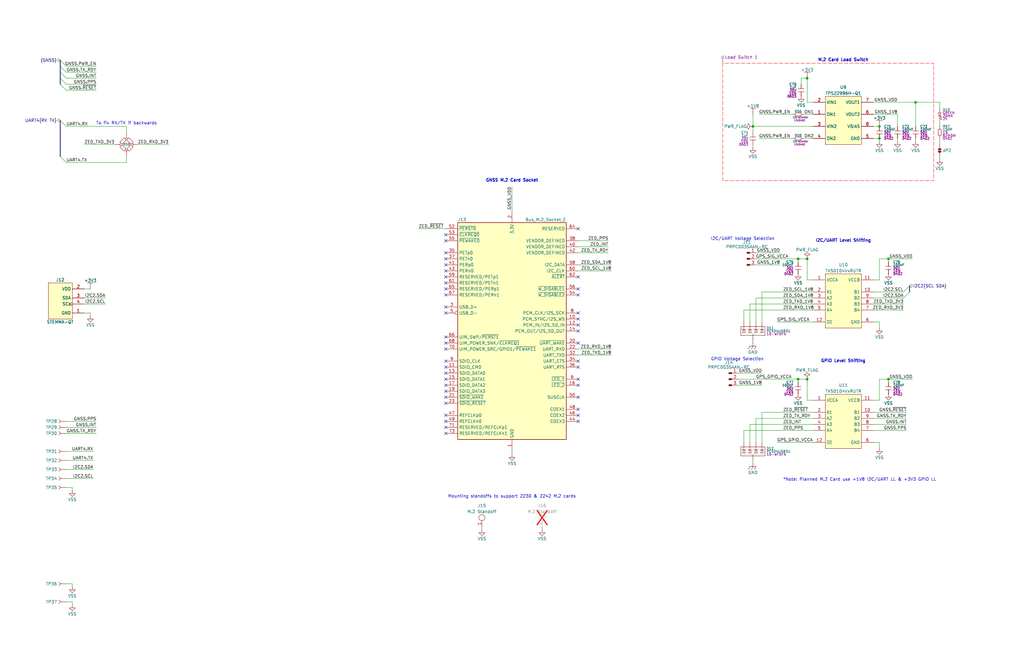
<source format=kicad_sch>
(kicad_sch (version 20250114) (generator "eeschema") (generator_version "9.0")
  (paper "B")
  (title_block (title "Awohali - GNSS M.2 Card") (date "2025-05-13") (rev "1") (comment 2 "PROTOTYPE") (comment 3 "2025"))
  (text "M.2 Card Load Switch" (at 355.6 25.4 0) (effects (font (size 1.27 1.27) (thickness 0.254) (bold yes))))
  (text "GNSS M.2 Card Socket" (at 215.9 76.2 0) (effects (font (size 1.27 1.27) (thickness 0.254) (bold yes))))
  (text "To fix RX/TX if backwards" (at 53.34 52.07 0) (effects (font (size 1.27 1.27))))
  (text "GPIO Level Shifting" (at 355.6 152.4 0) (effects (font (size 1.27 1.27) (thickness 0.254) (bold yes))))
  (text "I2C/UART Voltage Selection" (at 299.72 101.6 0) (effects (font (size 1.27 1.27)) (justify left bottom)))
  (text "GPIO Voltage Selection" (at 299.72 152.4 0) (effects (font (size 1.27 1.27)) (justify left bottom)))
  (text "I2C/UART Level Shifting" (at 355.6 101.6 0) (effects (font (size 1.27 1.27) (thickness 0.254) (bold yes))))
  (text "*Note: Planned M.2 Card use +1V8 I2C/UART LL & +3V3 GPIO LL" (at 330.2 203.2 0) (effects (font (size 1.27 1.27)) (justify left bottom)))
  (text "Mounting standoffs to support 2230 & 2242 M.2 cards" (at 215.9 209.55 0) (effects (font (size 1.27 1.27))))
  (junction (at 340.36 109.22))
  (junction (at 340.36 160.02))
  (junction (at 386.08 43.18))
  (junction (at 374.65 109.22))
  (junction (at 336.55 160.02))
  (junction (at 317.5 53.34))
  (junction (at 370.84 58.42))
  (junction (at 340.36 33.02))
  (junction (at 374.65 160.02))
  (junction (at 336.55 109.22))
  (junction (at 370.84 53.34))
  (no_connect (at 243.84 134.62))
  (no_connect (at 187.96 99.06))
  (no_connect (at 187.96 160.02))
  (no_connect (at 187.96 170.18))
  (no_connect (at 187.96 111.76))
  (no_connect (at 243.84 137.16))
  (no_connect (at 243.84 175.26))
  (no_connect (at 187.96 109.22))
  (no_connect (at 187.96 165.1))
  (no_connect (at 243.84 139.7))
  (no_connect (at 243.84 177.8))
  (no_connect (at 187.96 157.48))
  (no_connect (at 243.84 162.56))
  (no_connect (at 187.96 124.46))
  (no_connect (at 187.96 182.88))
  (no_connect (at 243.84 124.46))
  (no_connect (at 243.84 116.84))
  (no_connect (at 243.84 160.02))
  (no_connect (at 187.96 162.56))
  (no_connect (at 243.84 154.94))
  (no_connect (at 243.84 132.08))
  (no_connect (at 187.96 129.54))
  (no_connect (at 187.96 142.24))
  (no_connect (at 187.96 116.84))
  (no_connect (at 187.96 152.4))
  (no_connect (at 187.96 154.94))
  (no_connect (at 187.96 177.8))
  (no_connect (at 187.96 101.6))
  (no_connect (at 187.96 106.68))
  (no_connect (at 243.84 96.52))
  (no_connect (at 187.96 180.34))
  (no_connect (at 187.96 144.78))
  (no_connect (at 243.84 121.92))
  (no_connect (at 187.96 119.38))
  (no_connect (at 187.96 132.08))
  (no_connect (at 187.96 175.26))
  (no_connect (at 187.96 114.3))
  (no_connect (at 187.96 167.64))
  (no_connect (at 243.84 152.4))
  (no_connect (at 243.84 172.72))
  (no_connect (at 187.96 121.92))
  (no_connect (at 243.84 167.64))
  (no_connect (at 243.84 144.78))
  (no_connect (at 187.96 147.32))
  (bus_entry (at 381 123.19) (size 2.54 -2.54))
  (bus_entry (at 381 125.73) (size 2.54 -2.54))
  (bus_entry (at 27.94 68.58) (size -2.54 -2.54))
  (bus_entry (at 27.94 38.1) (size -2.54 -2.54))
  (bus_entry (at 27.94 27.94) (size -2.54 -2.54))
  (bus_entry (at 27.94 30.48) (size -2.54 -2.54))
  (bus_entry (at 27.94 53.34) (size -2.54 -2.54))
  (bus_entry (at 27.94 35.56) (size -2.54 -2.54))
  (bus_entry (at 27.94 33.02) (size -2.54 -2.54))
  (wire (pts (xy 370.84 109.22) (xy 370.84 118.11)))
  (wire (pts (xy 321.31 123.19) (xy 342.9 123.19)))
  (wire (pts (xy 44.45 125.73) (xy 35.56 125.73)))
  (wire (pts (xy 313.69 181.61) (xy 342.9 181.61)))
  (wire (pts (xy 336.55 160.02) (xy 340.36 160.02)))
  (wire (pts (xy 396.24 50.8) (xy 396.24 53.34)))
  (wire (pts (xy 340.36 43.18) (xy 342.9 43.18)))
  (wire (pts (xy 30.48 247.65) (xy 30.48 246.38)))
  (wire (pts (xy 374.65 161.29) (xy 374.65 160.02)))
  (wire (pts (xy 316.23 179.07) (xy 316.23 186.69)))
  (wire (pts (xy 256.54 106.68) (xy 243.84 106.68)))
  (wire (pts (xy 339.09 48.26) (xy 342.9 48.26)))
  (wire (pts (xy 386.08 43.18) (xy 386.08 53.34)))
  (wire (pts (xy 38.1 132.08) (xy 35.56 132.08)))
  (wire (pts (xy 311.15 160.02) (xy 336.55 160.02)))
  (wire (pts (xy 381 123.19) (xy 368.3 123.19)))
  (wire (pts (xy 318.77 135.89) (xy 318.77 125.73)))
  (wire (pts (xy 39.37 190.5) (xy 27.94 190.5)))
  (wire (pts (xy 396.24 43.18) (xy 396.24 45.72)))
  (wire (pts (xy 374.65 110.49) (xy 374.65 109.22)))
  (wire (pts (xy 328.93 111.76) (xy 318.77 111.76)))
  (wire (pts (xy 321.31 123.19) (xy 321.31 135.89)))
  (wire (pts (xy 243.84 149.86) (xy 257.81 149.86)))
  (wire (pts (xy 370.84 160.02) (xy 370.84 168.91)))
  (wire (pts (xy 327.66 186.69) (xy 342.9 186.69)))
  (wire (pts (xy 53.34 68.58) (xy 53.34 66.04)))
  (wire (pts (xy 370.84 118.11) (xy 368.3 118.11)))
  (wire (pts (xy 327.66 135.89) (xy 342.9 135.89)))
  (wire (pts (xy 384.81 160.02) (xy 374.65 160.02)))
  (wire (pts (xy 381 130.81) (xy 368.3 130.81)))
  (wire (pts (xy 53.34 53.34) (xy 53.34 55.88)))
  (wire (pts (xy 176.53 96.52) (xy 187.96 96.52)))
  (wire (pts (xy 39.37 201.93) (xy 27.94 201.93)))
  (wire (pts (xy 35.56 121.92) (xy 38.1 121.92)))
  (wire (pts (xy 30.48 205.74) (xy 27.94 205.74)))
  (wire (pts (xy 317.5 194.31) (xy 317.5 195.58)))
  (wire (pts (xy 44.45 128.27) (xy 35.56 128.27)))
  (wire (pts (xy 396.24 58.42) (xy 396.24 60.96)))
  (wire (pts (xy 368.3 181.61) (xy 382.27 181.61)))
  (wire (pts (xy 320.04 58.42) (xy 334.01 58.42)))
  (wire (pts (xy 340.36 109.22) (xy 340.36 118.11)))
  (wire (pts (xy 38.1 133.35) (xy 38.1 132.08)))
  (bus (pts (xy 25.4 33.02) (xy 25.4 30.48)))
  (wire (pts (xy 368.3 173.99) (xy 382.27 173.99)))
  (bus (pts (xy 25.4 30.48) (xy 25.4 27.94)))
  (wire (pts (xy 256.54 104.14) (xy 243.84 104.14)))
  (wire (pts (xy 313.69 130.81) (xy 313.69 135.89)))
  (bus (pts (xy 25.4 27.94) (xy 25.4 25.4)))
  (wire (pts (xy 40.64 177.8) (xy 27.94 177.8)))
  (wire (pts (xy 336.55 109.22) (xy 340.36 109.22)))
  (wire (pts (xy 370.84 59.69) (xy 370.84 58.42)))
  (wire (pts (xy 243.84 111.76) (xy 257.81 111.76)))
  (wire (pts (xy 368.3 135.89) (xy 370.84 135.89)))
  (wire (pts (xy 317.5 48.26) (xy 317.5 53.34)))
  (wire (pts (xy 370.84 58.42) (xy 368.3 58.42)))
  (wire (pts (xy 313.69 186.69) (xy 313.69 181.61)))
  (wire (pts (xy 370.84 168.91) (xy 368.3 168.91)))
  (bus (pts (xy 25.4 35.56) (xy 25.4 33.02)))
  (wire (pts (xy 321.31 162.56) (xy 311.15 162.56)))
  (wire (pts (xy 340.36 118.11) (xy 342.9 118.11)))
  (wire (pts (xy 368.3 179.07) (xy 382.27 179.07)))
  (wire (pts (xy 378.46 48.26) (xy 378.46 53.34)))
  (wire (pts (xy 370.84 138.43) (xy 370.84 135.89)))
  (wire (pts (xy 317.5 53.34) (xy 317.5 55.88)))
  (wire (pts (xy 340.36 160.02) (xy 340.36 168.91)))
  (wire (pts (xy 386.08 59.69) (xy 386.08 58.42)))
  (wire (pts (xy 30.48 254) (xy 27.94 254)))
  (wire (pts (xy 215.9 191.77) (xy 215.9 190.5)))
  (wire (pts (xy 337.82 33.02) (xy 337.82 35.56)))
  (wire (pts (xy 340.36 33.02) (xy 340.36 43.18)))
  (wire (pts (xy 316.23 179.07) (xy 342.9 179.07)))
  (wire (pts (xy 39.37 194.31) (xy 27.94 194.31)))
  (wire (pts (xy 384.81 109.22) (xy 374.65 109.22)))
  (wire (pts (xy 30.48 246.38) (xy 27.94 246.38)))
  (wire (pts (xy 243.84 114.3) (xy 257.81 114.3)))
  (wire (pts (xy 203.2 222.25) (xy 203.2 223.52)))
  (wire (pts (xy 368.3 176.53) (xy 382.27 176.53)))
  (wire (pts (xy 337.82 33.02) (xy 340.36 33.02)))
  (wire (pts (xy 256.54 101.6) (xy 243.84 101.6)))
  (wire (pts (xy 228.6 222.25) (xy 228.6 223.52)))
  (wire (pts (xy 316.23 128.27) (xy 342.9 128.27)))
  (wire (pts (xy 336.55 161.29) (xy 336.55 160.02)))
  (wire (pts (xy 40.64 180.34) (xy 27.94 180.34)))
  (wire (pts (xy 316.23 128.27) (xy 316.23 135.89)))
  (wire (pts (xy 313.69 130.81) (xy 342.9 130.81)))
  (wire (pts (xy 215.9 78.74) (xy 215.9 88.9)))
  (wire (pts (xy 40.64 30.48) (xy 27.94 30.48)))
  (wire (pts (xy 40.64 182.88) (xy 27.94 182.88)))
  (wire (pts (xy 378.46 59.69) (xy 378.46 58.42)))
  (wire (pts (xy 370.84 189.23) (xy 370.84 186.69)))
  (wire (pts (xy 396.24 66.04) (xy 396.24 67.31)))
  (wire (pts (xy 374.65 109.22) (xy 370.84 109.22)))
  (wire (pts (xy 317.5 143.51) (xy 317.5 144.78)))
  (wire (pts (xy 318.77 109.22) (xy 336.55 109.22)))
  (wire (pts (xy 368.3 43.18) (xy 386.08 43.18)))
  (wire (pts (xy 321.31 173.99) (xy 321.31 186.69)))
  (wire (pts (xy 386.08 43.18) (xy 396.24 43.18)))
  (wire (pts (xy 318.77 176.53) (xy 342.9 176.53)))
  (wire (pts (xy 368.3 53.34) (xy 370.84 53.34)))
  (bus (pts (xy 383.54 123.19) (xy 383.54 120.65)))
  (wire (pts (xy 321.31 157.48) (xy 311.15 157.48)))
  (wire (pts (xy 40.64 35.56) (xy 27.94 35.56)))
  (wire (pts (xy 321.31 173.99) (xy 342.9 173.99)))
  (wire (pts (xy 27.94 53.34) (xy 53.34 53.34)))
  (wire (pts (xy 381 128.27) (xy 368.3 128.27)))
  (wire (pts (xy 40.64 38.1) (xy 27.94 38.1)))
  (bus (pts (xy 25.4 50.8) (xy 25.4 66.04)))
  (wire (pts (xy 58.42 60.96) (xy 71.12 60.96)))
  (wire (pts (xy 374.65 160.02) (xy 370.84 160.02)))
  (wire (pts (xy 318.77 176.53) (xy 318.77 186.69)))
  (wire (pts (xy 317.5 60.96) (xy 317.5 62.23)))
  (wire (pts (xy 340.36 168.91) (xy 342.9 168.91)))
  (wire (pts (xy 317.5 53.34) (xy 342.9 53.34)))
  (wire (pts (xy 339.09 58.42) (xy 342.9 58.42)))
  (wire (pts (xy 27.94 68.58) (xy 53.34 68.58)))
  (wire (pts (xy 30.48 255.27) (xy 30.48 254)))
  (wire (pts (xy 368.3 48.26) (xy 378.46 48.26)))
  (wire (pts (xy 243.84 147.32) (xy 257.81 147.32)))
  (wire (pts (xy 30.48 207.01) (xy 30.48 205.74)))
  (wire (pts (xy 336.55 110.49) (xy 336.55 109.22)))
  (wire (pts (xy 381 125.73) (xy 368.3 125.73)))
  (wire (pts (xy 39.37 198.12) (xy 27.94 198.12)))
  (wire (pts (xy 35.56 60.96) (xy 48.26 60.96)))
  (wire (pts (xy 40.64 27.94) (xy 27.94 27.94)))
  (wire (pts (xy 40.64 33.02) (xy 27.94 33.02)))
  (wire (pts (xy 318.77 125.73) (xy 342.9 125.73)))
  (wire (pts (xy 368.3 186.69) (xy 370.84 186.69)))
  (wire (pts (xy 320.04 48.26) (xy 334.01 48.26)))
  (wire (pts (xy 328.93 106.68) (xy 318.77 106.68)))
  (label "GNSS.PWR_EN" (at 40.64 27.94 180))
  (label "I2C2.SDA" (at 44.45 125.73 180))
  (label "GNSS_1V8" (at 328.93 111.76 180))
  (label "GPS_SIG_VCCA" (at 318.77 109.22 0))
  (label "ON1" (at 339.09 48.26 0))
  (label "GNSS_1V8" (at 321.31 162.56 180))
  (label "UART4.RX" (at 27.94 53.34 0))
  (label "UART4.TX" (at 39.37 194.31 180))
  (label "GNSS.INT" (at 382.27 179.07 180))
  (label "ZED_TX_RDY" (at 256.54 106.68 180))
  (label "ON2" (at 339.09 58.42 0))
  (label "ZED_TX_RDY" (at 330.2 176.53 0))
  (label "I2C2.SCL" (at 39.37 201.93 180))
  (label "GNSS_VDD" (at 384.81 160.02 180))
  (label "GNSS.TX_RDY" (at 382.27 176.53 180))
  (label "ZED_~{RESET}" (at 330.2 173.99 0))
  (label "GNSS.PWR_EN" (at 320.04 48.26 0))
  (label "ZED_RXD_3V3" (at 71.12 60.96 180))
  (label "GPS_GPIO_VCCA" (at 327.66 186.69 0))
  (label "GPS_SIG_VCCA" (at 327.66 135.89 0))
  (label "ZED_TXD_1V8" (at 257.81 149.86 180))
  (label "ZED_~{RESET}" (at 176.53 96.52 0))
  (label "ZED_TXD_3V3" (at 381 128.27 180))
  (label "ZED_SCL_1V8" (at 257.81 114.3 180))
  (label "UART4.TX" (at 27.94 68.58 0))
  (label "ZED_TXD_3V3" (at 35.56 60.96 0))
  (label "GNSS.PPS" (at 382.27 181.61 180))
  (label "GNSS_VDD" (at 378.46 43.18 180))
  (label "GPS_GPIO_VCCA" (at 318.77 160.02 0))
  (label "GNSS.TX_RDY" (at 40.64 182.88 180))
  (label "ZED_INT" (at 330.2 179.07 0))
  (label "GNSS.INT" (at 40.64 180.34 180))
  (label "I2C2.SDA" (at 39.37 198.12 180))
  (label "GNSS.PPS" (at 40.64 35.56 180))
  (label "GNSS.PPS" (at 40.64 177.8 180))
  (label "ZED_RXD_3V3" (at 381 130.81 180))
  (label "ZED_PPS" (at 330.2 181.61 0))
  (label "GNSS_VDD" (at 321.31 157.48 180))
  (label "ZED_RXD_1V8" (at 330.2 130.81 0))
  (label "ZED_INT" (at 256.54 104.14 180))
  (label "GNSS.~{RESET}" (at 382.27 173.99 180))
  (label "ZED_TXD_1V8" (at 330.2 128.27 0))
  (label "ZED_SDA_1V8" (at 330.2 125.73 0))
  (label "GNSS.PWR_EN" (at 320.04 58.42 0))
  (label "ZED_RXD_1V8" (at 257.81 147.32 180))
  (label "I2C2.SDA" (at 381 125.73 180))
  (label "GNSS_1V8" (at 378.46 48.26 180))
  (label "GNSS.INT" (at 40.64 33.02 180))
  (label "ZED_SDA_1V8" (at 257.81 111.76 180))
  (label "I2C2.SCL" (at 44.45 128.27 180))
  (label "I2C2.SCL" (at 381 123.19 180))
  (label "UART4.RX" (at 39.37 190.5 180))
  (label "ZED_PPS" (at 256.54 101.6 180))
  (label "GNSS_VDD" (at 215.9 78.74 270))
  (label "GNSS.TX_RDY" (at 40.64 30.48 180))
  (label "GNSS.~{RESET}" (at 40.64 38.1 180))
  (label "ZED_SCL_1V8" (at 330.2 123.19 0))
  (label "GNSS_VDD" (at 384.81 109.22 180))
  (label "GNSS_VDD" (at 328.93 106.68 180))
  (hierarchical_label "{GNSS}" (shape bidirectional) (at 25.4 25.4 180))
  (hierarchical_label "I2C2{SCL SDA}" (shape bidirectional) (at 383.54 120.65 0))
  (hierarchical_label "UART4{RX TX}" (shape bidirectional) (at 25.4 50.8 180))
  (rule_area (polyline (pts (xy 304.8 26.67) (xy 304.8 76.2) (xy 393.7 76.2) (xy 393.7 26.67)) (stroke (width 0) (type dash))))
  (netclass_flag "" (length 2.54) (shape round) (at 304.8 26.67 0) (property "Netclass" "Default" (effects (hide yes))) (property "Component Class" "Load Switch 1" (at 305.562 24.13 0) (effects (font (italic yes)) (justify left))))
  (symbol (lib_id "lib_pwr:CGND") (at 317.5 144.78 0) (unit 1)
    (property "Reference" "#PWR0158" (effects (hide yes)))
    (property "Value" "GND" (at 317.5 148.59 0))
  )
  (symbol (lib_id "lib_pwr:VSS") (at 336.55 115.57 0) (unit 1)
    (property "Reference" "#PWR0153" (effects (hide yes)))
    (property "Value" "VSS" (at 336.55 119.38 0))
  )
  (symbol (lib_id "lib_sch:C") (at 336.55 113.03 0) (mirror y) (unit 1)
    (property "Reference" "C75" (at 334.645 110.49 0) (effects (font (size 1.016 1.016)) (justify left)))
    (property "Value" "100nF" (at 334.645 111.76 0) (effects (font (size 1.016 1.016)) (justify left)))
    (property "Footprint" "lib_passives:GCM0402" (effects (hide yes)))
    (property "Datasheet" "https://search.murata.co.jp/Ceramy/image/img/A01X/G101/ENG/GRT155R71H104KE01-01A.pdf" (effects (hide yes)))
    (property "Description" "CAP CER 0.1UF 50V X7R 0402" (effects (hide yes)))
    (property "Manufacturer" "Murata Electronics" (effects (hide yes)))
    (property "MPN" "GRT155R71H104KE01D" (effects (hide yes)))
    (property "DKPN" "490-GRT155R71H104KE01DCT-ND" (effects (hide yes)))
    (property "Tolerance" "10%" (at 334.645 114.3 0) (effects (font (size 1.016 1.016)) (justify left)))
    (property "Voltage Rating" "50V" (at 334.645 113.03 0) (effects (font (size 1.016 1.016)) (justify left)))
    (property "Package" "0402" (at 334.645 115.57 0) (effects (font (size 1.016 1.016)) (justify left)))
  )
  (symbol (lib_id "lib_sch:Testpoint") (at 25.4 182.88 0) (unit 1) (in_bom no)
    (property "Reference" "TP30" (at 24.13 182.88 0) (effects (justify right)))
    (property "Footprint" "lib_misc:TP_1mm" (effects (hide yes)))
    (property "Datasheet" "https://www.koaspeer.com/pdfs/RC.pdf" (effects (hide yes)))
    (property "Manufacturer" "N/A" (effects (hide yes)))
    (property "MPN" "N/A" (effects (hide yes)))
    (property "DKPN" "N/A" (effects (hide yes)))
  )
  (symbol (lib_id "lib_sch:TPS22996H-Q1") (at 355.6 50.8 0) (unit 1)
    (property "Reference" "U9" (at 355.6 36.83 0))
    (property "Value" "TPS22996H-Q1" (at 355.6 39.37 0))
    (property "Footprint" "lib_ICs:SOT583" (effects (hide yes)))
    (property "Datasheet" "https://www.ti.com/lit/ds/symlink/tps22996h-q1.pdf" (effects (hide yes)))
    (property "Description" "5.5-V, 3-A, 19-mΩ On-Resistance Automotive Load Switch" (effects (hide yes)))
    (property "Manufacturer" "Texas Instruments" (effects (hide yes)))
    (property "MPN" "TPS22996HQDYCRQ1" (effects (hide yes)))
    (property "DKPN" "296-TPS22996HQDYCRQ1CT-ND" (effects (hide yes)))
  )
  (symbol (lib_id "lib_sch:R_double") (at 53.34 60.96 0) (unit 1)
    (property "Reference" "R59" (at 53.34 60.96 0) (effects (font (size 1.016 1.016))))
    (property "Value" "0R" (effects (hide yes)))
    (property "Footprint" "lib_passives:CRCW0402_QUAD_UART" (effects (hide yes)))
    (property "Datasheet" "https://www.vishay.com/docs/20035/dcrcwe3.pdf" (effects (hide yes)))
    (property "Description" "RES SMD 0 OHM JUMPER 1/16W 0402" (effects (hide yes)))
    (property "Manufacturer" "Vishay Dale" (effects (hide yes)))
    (property "MPN" "CRCW04020000Z0ED" (effects (hide yes)))
    (property "DKPN" "541-0.0JCT-ND" (effects (hide yes)))
  )
  (symbol (lib_id "lib_sch:R_horizontal") (at 336.55 58.42 0) (unit 1)
    (property "Reference" "R58" (at 336.55 57.15 0) (effects (font (size 1.016 1.016))))
    (property "Value" "10K" (at 336.55 59.69 0) (effects (font (size 0.762 0.762)) (justify right)))
    (property "Footprint" "lib_passives:CRCW0402" (effects (hide yes)))
    (property "Datasheet" "https://www.vishay.com/docs/20035/dcrcwe3.pdf" (effects (hide yes)))
    (property "Description" "RES SMD 10K OHM 1% 1/16W 0402" (effects (hide yes)))
    (property "Manufacturer" "Vishay Dale" (effects (hide yes)))
    (property "MPN" "CRCW040210K0FKED" (effects (hide yes)))
    (property "DKPN" "541-10.0KLCT-ND" (effects (hide yes)))
    (property "Tolerance" "1%" (at 336.55 60.96 0) (effects (font (size 0.762 0.762)) (justify right)))
    (property "Power Rating" "62m5W" (at 336.55 59.69 0) (effects (font (size 0.762 0.762)) (justify left)))
    (property "Package" "0402" (at 336.55 60.96 0) (effects (font (size 0.762 0.762)) (justify left)))
  )
  (symbol (lib_id "lib_sch:Testpoint") (at 25.4 254 0) (unit 1)
    (property "Reference" "TP37" (at 24.13 254 0) (effects (justify right)))
    (property "Value" "RCWCTE" (effects (hide yes)))
    (property "Footprint" "lib_misc:TP_RCW" (effects (hide yes)))
    (property "Datasheet" "https://www.koaspeer.com/pdfs/RC.pdf" (effects (hide yes)))
    (property "Description" "PC TEST POINT" (effects (hide yes)))
    (property "Manufacturer" "KOA Speer Electronics, Inc." (effects (hide yes)))
    (property "MPN" "RCWCTE" (effects (hide yes)))
    (property "DKPN" "2019-RCWCTECT-ND" (effects (hide yes)))
  )
  (symbol (lib_id "lib_pwr:VSS") (at 30.48 247.65 0) (unit 1)
    (property "Reference" "#PWR0167" (effects (hide yes)))
    (property "Value" "VSS" (at 30.48 251.46 0))
  )
  (symbol (lib_id "lib_pwr:VSS") (at 374.65 115.57 0) (unit 1)
    (property "Reference" "#PWR0154" (effects (hide yes)))
    (property "Value" "VSS" (at 374.65 119.38 0))
  )
  (symbol (lib_id "lib_sch:Testpoint") (at 25.4 177.8 0) (unit 1) (in_bom no)
    (property "Reference" "TP28" (at 24.13 177.8 0) (effects (justify right)))
    (property "Footprint" "lib_misc:TP_1mm" (effects (hide yes)))
    (property "Manufacturer" "N/A" (effects (hide yes)))
    (property "MPN" "N/A" (effects (hide yes)))
    (property "DKPN" "N/A" (effects (hide yes)))
  )
  (symbol (lib_id "lib_sch:C") (at 336.55 163.83 0) (mirror y) (unit 1)
    (property "Reference" "C77" (at 334.645 161.29 0) (effects (font (size 1.016 1.016)) (justify left)))
    (property "Value" "100nF" (at 334.645 162.56 0) (effects (font (size 1.016 1.016)) (justify left)))
    (property "Footprint" "lib_passives:GCM0402" (effects (hide yes)))
    (property "Datasheet" "https://search.murata.co.jp/Ceramy/image/img/A01X/G101/ENG/GRT155R71H104KE01-01A.pdf" (effects (hide yes)))
    (property "Description" "CAP CER 0.1UF 50V X7R 0402" (effects (hide yes)))
    (property "Manufacturer" "Murata Electronics" (effects (hide yes)))
    (property "MPN" "GRT155R71H104KE01D" (effects (hide yes)))
    (property "DKPN" "490-GRT155R71H104KE01DCT-ND" (effects (hide yes)))
    (property "Tolerance" "10%" (at 334.645 165.1 0) (effects (font (size 1.016 1.016)) (justify left)))
    (property "Voltage Rating" "50V" (at 334.645 163.83 0) (effects (font (size 1.016 1.016)) (justify left)))
    (property "Package" "0402" (at 334.645 166.37 0) (effects (font (size 1.016 1.016)) (justify left)))
  )
  (symbol (lib_id "lib_sch:LED") (at 396.24 48.26 0) (unit 1)
    (property "Reference" "D10" (at 397.51 46.355 0) (effects (font (size 1.016 1.016)) (justify left)))
    (property "Value" "LTST-C191KGKT" (effects (hide yes)))
    (property "Footprint" "lib_diodes:LTST-0603" (effects (hide yes)))
    (property "Datasheet" "https://optoelectronics.liteon.com/upload/download/DS22-2000-228/LTST-C191KGKT.PDF" (effects (hide yes)))
    (property "Description" "LED GREEN CLEAR SMD" (effects (hide yes)))
    (property "Manufacturer" "Lite-On Inc." (effects (hide yes)))
    (property "MPN" "LTST-C191KGKT" (effects (hide yes)))
    (property "DKPN" "160-1446-1-ND" (effects (hide yes)))
    (property "Forward Voltage" "2V" (at 397.51 50.165 0) (effects (font (size 1.016 1.016)) (justify left)))
    (property "Current" "20mA" (at 397.51 48.895 0) (effects (font (size 1.016 1.016)) (justify left)))
    (property "Color" "GREEN" (at 397.51 47.625 0) (effects (font (size 1.016 1.016)) (justify left)))
  )
  (symbol (lib_id "lib_sch:C") (at 378.46 55.88 0) (unit 1)
    (property "Reference" "C72" (at 380.365 53.34 0) (effects (font (size 1.016 1.016)) (justify left)))
    (property "Value" "100nF" (at 380.365 54.61 0) (effects (font (size 1.016 1.016)) (justify left)))
    (property "Footprint" "lib_passives:GCM0402" (effects (hide yes)))
    (property "Datasheet" "https://search.murata.co.jp/Ceramy/image/img/A01X/G101/ENG/GRT155R71H104KE01-01A.pdf" (effects (hide yes)))
    (property "Description" "CAP CER 0.1UF 50V X7R 0402" (effects (hide yes)))
    (property "Manufacturer" "Murata Electronics" (effects (hide yes)))
    (property "MPN" "GRT155R71H104KE01D" (effects (hide yes)))
    (property "DKPN" "490-GRT155R71H104KE01DCT-ND" (effects (hide yes)))
    (property "Tolerance" "10%" (at 380.365 57.15 0) (effects (font (size 1.016 1.016)) (justify left)))
    (property "Voltage Rating" "50V" (at 380.365 55.88 0) (effects (font (size 1.016 1.016)) (justify left)))
    (property "Package" "0402" (at 380.365 58.42 0) (effects (font (size 1.016 1.016)) (justify left)))
  )
  (symbol (lib_id "lib_pwr:VSS") (at 370.84 138.43 0) (unit 1)
    (property "Reference" "#PWR0157" (effects (hide yes)))
    (property "Value" "VSS" (at 370.84 142.24 0))
  )
  (symbol (lib_id "lib_pwr:VSS") (at 215.9 191.77 0) (unit 1)
    (property "Reference" "#PWR0162" (effects (hide yes)))
    (property "Value" "VSS" (at 215.9 195.58 0))
  )
  (symbol (lib_id "lib_pwr:+3V3") (at 38.1 121.92 0) (unit 1)
    (property "Reference" "#PWR0155" (effects (hide yes)))
    (property "Value" "+3V3" (at 38.1 118.364 0))
  )
  (symbol (lib_id "lib_pwr:VSS") (at 374.65 166.37 0) (unit 1)
    (property "Reference" "#PWR0160" (effects (hide yes)))
    (property "Value" "VSS" (at 374.65 170.18 0))
  )
  (symbol (lib_id "lib_sch:Bus_M.2_Socket_E") (at 215.9 139.7 0) (unit 1)
    (property "Reference" "J13" (at 193.04 92.71 0) (effects (justify left)))
    (property "Value" "Bus_M.2_Socket_E" (at 238.76 92.71 0) (effects (justify right)))
    (property "Footprint" "lib_connectors:MDT420E01001" (effects (hide yes)))
    (property "Datasheet" "https://cdn.amphenol-cs.com/media/wysiwyg/files/drawing/mdtxxxxxx001.pdf" (effects (hide yes)))
    (property "Description" "M.2 Socket 1-SD Mechanical Key E" (effects (hide yes)))
    (property "Manufacturer" "Amphenol ICC (FCI)" (effects (hide yes)))
    (property "MPN" "MDT420E01001" (effects (hide yes)))
    (property "DKPN" "MDT420E01001CT-ND" (effects (hide yes)))
  )
  (symbol (lib_id "lib_sch:Mounting-Hole") (at 203.2 218.44 0) (unit 1)
    (property "Reference" "J15" (at 203.2 213.36 0))
    (property "Value" "M.2 Standoff" (at 203.2 215.9 0))
    (property "Footprint" "lib_misc:MountingHole_3.5mm_Pad_Via" (effects (hide yes)))
    (property "Datasheet" "https://mm.digikey.com/Volume0/opasdata/d220001/medias/docus/6130/123A-NUT-42.pdf" (effects (hide yes)))
    (property "Description" "NUT M3 H=2.45MM, FOR M.2 CONN H=4.2" (effects (hide yes)))
    (property "Manufacturer" "ATTEND Technology" (effects (hide yes)))
    (property "MPN" "123A-NUT-42" (effects (hide yes)))
    (property "DKPN" "4827-123A-NUT-42CT-ND" (effects (hide yes)))
  )
  (symbol (lib_id "lib_pwr:VSS") (at 38.1 133.35 0) (unit 1)
    (property "Reference" "#PWR0156" (effects (hide yes)))
    (property "Value" "VSS" (at 38.1 137.16 0))
  )
  (symbol (lib_id "lib_pwr:VSS") (at 370.84 59.69 0) (unit 1)
    (property "Reference" "#PWR0148" (effects (hide yes)))
    (property "Value" "VSS" (at 370.84 63.5 0))
  )
  (symbol (lib_id "lib_sch:STEMMA-QT") (at 25.4 127 0) (mirror y) (unit 1)
    (property "Reference" "J12" (at 25.4 118.11 0))
    (property "Value" "STEMMA-QT" (at 25.4 135.89 0))
    (property "Footprint" "lib_connectors:JST_SH_BM04B-SRSS-TB" (effects (hide yes)))
    (property "Datasheet" "https://www.jst-mfg.com/product/pdf/eng/eSH.pdf" (effects (hide yes)))
    (property "Description" "CONN HEADER SMD 4POS 1MM" (effects (hide yes)))
    (property "Manufacturer" "JST Sales America Inc." (effects (hide yes)))
    (property "MPN" "BM04B-SRSS-TB" (effects (hide yes)))
    (property "DKPN" "455-BM04B-SRSS-TBCT-ND" (effects (hide yes)))
  )
  (symbol (lib_id "lib_sch:D_TVS_4CH_Unidirectional_1") (at 317.5 139.7 0) (unit 1)
    (property "Reference" "D11" (at 323.215 138.43 0) (effects (font (size 1.016 1.016)) (justify left)))
    (property "Value" "PESD4USB3U" (at 323.215 139.7 0) (effects (font (size 1.016 1.016)) (justify left)))
    (property "Footprint" "lib_diodes:WFDFN25X10X75-10" (effects (hide yes)))
    (property "Datasheet" "https://assets.nexperia.com/documents/data-sheet/PESD4USB3U-TTS.pdf" (effects (hide yes)))
    (property "Description" "TVS DIODE 3.3VWM 3.5V DFN2510D10" (effects (hide yes)))
    (property "Manufacturer" "Nexperia USA Inc." (effects (hide yes)))
    (property "MPN" "PESD4USB3U-TTSX" (effects (hide yes)))
    (property "DKPN" "1727-PESD4USB3U-TTSXCT-ND" (effects (hide yes)))
    (property "Package" "10-WFDFN" (at 323.215 140.97 0) (effects (font (size 1.016 1.016)) (justify left)))
  )
  (symbol (lib_id "lib_pwr:VSS") (at 378.46 59.69 0) (unit 1)
    (property "Reference" "#PWR0149" (effects (hide yes)))
    (property "Value" "VSS" (at 378.46 63.5 0))
  )
  (symbol (lib_id "lib_pwr:CGND") (at 317.5 195.58 0) (unit 1)
    (property "Reference" "#PWR0130" (effects (hide yes)))
    (property "Value" "GND" (at 317.5 199.39 0))
  )
  (symbol (lib_id "lib_sch:Testpoint") (at 25.4 190.5 0) (unit 1) (in_bom no)
    (property "Reference" "TP31" (at 24.13 190.5 0) (effects (justify right)))
    (property "Footprint" "lib_misc:TP_1mm" (effects (hide yes)))
    (property "Manufacturer" "N/A" (effects (hide yes)))
    (property "MPN" "N/A" (effects (hide yes)))
    (property "DKPN" "N/A" (effects (hide yes)))
  )
  (symbol (lib_id "lib_sch:C") (at 317.5 58.42 0) (mirror y) (unit 1)
    (property "Reference" "C74" (at 315.595 55.88 0) (effects (font (size 1.016 1.016)) (justify left)))
    (property "Value" "1uF" (at 315.595 57.15 0) (effects (font (size 1.016 1.016)) (justify left)))
    (property "Footprint" "lib_passives:GRT0603" (effects (hide yes)))
    (property "Datasheet" "https://search.murata.co.jp/Ceramy/image/img/A01X/G101/ENG/GRT188R71E105KE13-01A.pdf" (effects (hide yes)))
    (property "Description" "CAP CER 1UF 25V X7R 0603" (effects (hide yes)))
    (property "Manufacturer" "Murata Electronics" (effects (hide yes)))
    (property "MPN" "GRT188R71E105KE13D" (effects (hide yes)))
    (property "DKPN" "490-GRT188R71E105KE13DCT-ND" (effects (hide yes)))
    (property "Tolerance" "10%" (at 315.595 59.69 0) (effects (font (size 1.016 1.016)) (justify left)))
    (property "Voltage Rating" "25V" (at 315.595 58.42 0) (effects (font (size 1.016 1.016)) (justify left)))
    (property "Package" "0603" (at 315.595 60.96 0) (effects (font (size 1.016 1.016)) (justify left)))
  )
  (symbol (lib_id "lib_sch:TXS0104VxRUTR") (at 355.6 177.8 0) (unit 1)
    (property "Reference" "U11" (at 355.6 162.56 0))
    (property "Value" "TXS0104VxRUTR" (at 355.6 165.1 0))
    (property "Footprint" "lib_ICs:QFN40P170X200X55-12" (effects (hide yes)))
    (property "Datasheet" "https://www.ti.com/lit/ds/symlink/txs0104v.pdf" (effects (hide yes)))
    (property "Description" "Voltage Level Translator Bidirectional 1 Circuit 4 Channel 24Mbps" (effects (hide yes)))
    (property "Manufacturer" "Texas Instruments" (effects (hide yes)))
    (property "MPN" "TXS0104VQRUTRQ1" (effects (hide yes)))
    (property "DKPN" "296-TXS0104VQRUTRQ1CT-ND" (effects (hide yes)))
  )
  (symbol (lib_id "lib_pwr:PWR_FLAG") (at 340.36 109.22 0) (unit 1)
    (property "Reference" "#FLG012" (effects (hide yes)))
    (property "Value" "PWR_FLAG" (at 340.36 105.41 0))
    (property "Description" "Special symbol for telling ERC where power comes from" (effects (hide yes)))
  )
  (symbol (lib_id "lib_sch:C") (at 374.65 163.83 0) (unit 1)
    (property "Reference" "C78" (at 376.555 161.29 0) (effects (font (size 1.016 1.016)) (justify left)))
    (property "Value" "100nF" (at 376.555 162.56 0) (effects (font (size 1.016 1.016)) (justify left)))
    (property "Footprint" "lib_passives:GCM0402" (effects (hide yes)))
    (property "Datasheet" "https://search.murata.co.jp/Ceramy/image/img/A01X/G101/ENG/GRT155R71H104KE01-01A.pdf" (effects (hide yes)))
    (property "Description" "CAP CER 0.1UF 50V X7R 0402" (effects (hide yes)))
    (property "Manufacturer" "Murata Electronics" (effects (hide yes)))
    (property "MPN" "GRT155R71H104KE01D" (effects (hide yes)))
    (property "DKPN" "490-GRT155R71H104KE01DCT-ND" (effects (hide yes)))
    (property "Tolerance" "10%" (at 376.555 165.1 0) (effects (font (size 1.016 1.016)) (justify left)))
    (property "Voltage Rating" "50V" (at 376.555 163.83 0) (effects (font (size 1.016 1.016)) (justify left)))
    (property "Package" "0402" (at 376.555 166.37 0) (effects (font (size 1.016 1.016)) (justify left)))
  )
  (symbol (lib_id "lib_pwr:VSS") (at 396.24 67.31 0) (unit 1)
    (property "Reference" "#PWR0152" (effects (hide yes)))
    (property "Value" "VSS" (at 396.24 71.12 0))
  )
  (symbol (lib_id "lib_sch:Conn_01x03_Pin") (at 314.96 109.22 0) (unit 1)
    (property "Reference" "J11" (at 314.96 102.235 0))
    (property "Value" "PRPC003SAAN-RC" (at 314.96 104.14 0))
    (property "Footprint" "lib_connectors:conn_01x03_254" (effects (hide yes)))
    (property "Datasheet" "https://drawings-pdf.s3.amazonaws.com/11635.pdf" (effects (hide yes)))
    (property "Description" "CONN HEADER VERT 3POS 2.54MM" (effects (hide yes)))
    (property "Manufacturer" "Sullins Connector Solutions" (effects (hide yes)))
    (property "MPN" "PRPC003SAAN-RC" (effects (hide yes)))
    (property "DKPN" "S1011EC-03-ND" (effects (hide yes)))
  )
  (symbol (lib_id "lib_pwr:+1V8") (at 317.5 48.26 0) (unit 1)
    (property "Reference" "#PWR0146" (effects (hide yes)))
    (property "Value" "+1V8" (at 317.5 44.704 0))
  )
  (symbol (lib_id "lib_sch:Testpoint") (at 25.4 246.38 0) (unit 1)
    (property "Reference" "TP36" (at 24.13 246.38 0) (effects (justify right)))
    (property "Value" "RCWCTE" (effects (hide yes)))
    (property "Footprint" "lib_misc:TP_RCW" (effects (hide yes)))
    (property "Datasheet" "https://www.koaspeer.com/pdfs/RC.pdf" (effects (hide yes)))
    (property "Description" "PC TEST POINT" (effects (hide yes)))
    (property "Manufacturer" "KOA Speer Electronics, Inc." (effects (hide yes)))
    (property "MPN" "RCWCTE" (effects (hide yes)))
    (property "DKPN" "2019-RCWCTECT-ND" (effects (hide yes)))
  )
  (symbol (lib_id "lib_sch:R") (at 396.24 55.88 0) (unit 1)
    (property "Reference" "R57" (at 397.51 53.34 0) (effects (font (size 1.016 1.016)) (justify left)))
    (property "Value" "150R" (at 397.51 54.61 0) (effects (font (size 1.016 1.016)) (justify left)))
    (property "Footprint" "lib_passives:CRCW0402" (effects (hide yes)))
    (property "Datasheet" "https://www.vishay.com/docs/20035/dcrcwe3.pdf" (effects (hide yes)))
    (property "Description" "RES SMD 150 OHM 1% 1/16W 0402" (effects (hide yes)))
    (property "Manufacturer" "Vishay Dale" (effects (hide yes)))
    (property "MPN" "CRCW0402150RFKED" (effects (hide yes)))
    (property "DKPN" "541-150LCT-ND" (effects (hide yes)))
    (property "Tolerance" "1%" (at 397.51 55.88 0) (effects (font (size 1.016 1.016)) (justify left)))
    (property "Power Rating" "62m5W" (at 397.51 57.15 0) (effects (font (size 1.016 1.016)) (justify left)))
    (property "Package" "0402" (at 397.51 58.42 0) (effects (font (size 1.016 1.016)) (justify left)))
  )
  (symbol (lib_id "lib_sch:Mounting-Hole") (at 228.6 218.44 0) (unit 1) (dnp yes)
    (property "Reference" "J16" (at 228.6 213.36 0))
    (property "Value" "M.2 Standoff" (at 228.6 215.9 0))
    (property "Footprint" "lib_misc:MountingHole_3.5mm_Pad_Via" (effects (hide yes)))
    (property "Datasheet" "https://mm.digikey.com/Volume0/opasdata/d220001/medias/docus/6130/123A-NUT-42.pdf" (effects (hide yes)))
    (property "Description" "NUT M3 H=2.45MM, FOR M.2 CONN H=4.2" (effects (hide yes)))
    (property "Manufacturer" "ATTEND Technology" (effects (hide yes)))
    (property "MPN" "123A-NUT-42" (effects (hide yes)))
    (property "DKPN" "4827-123A-NUT-42CT-ND" (effects (hide yes)))
  )
  (symbol (lib_id "lib_pwr:VSS") (at 336.55 166.37 0) (unit 1)
    (property "Reference" "#PWR0159" (effects (hide yes)))
    (property "Value" "VSS" (at 336.55 170.18 0))
  )
  (symbol (lib_id "lib_pwr:VSS") (at 370.84 189.23 0) (unit 1)
    (property "Reference" "#PWR0161" (effects (hide yes)))
    (property "Value" "VSS" (at 370.84 193.04 0))
  )
  (symbol (lib_id "lib_pwr:VSS") (at 30.48 255.27 0) (unit 1)
    (property "Reference" "#PWR0168" (effects (hide yes)))
    (property "Value" "VSS" (at 30.48 259.08 0))
  )
  (symbol (lib_id "lib_pwr:VSS") (at 203.2 223.52 0) (unit 1)
    (property "Reference" "#PWR0165" (effects (hide yes)))
    (property "Value" "VSS" (at 203.2 227.33 0))
  )
  (symbol (lib_id "lib_pwr:PWR_FLAG") (at 317.5 53.34 90) (unit 1)
    (property "Reference" "#FLG011" (effects (hide yes)))
    (property "Value" "PWR_FLAG" (at 314.96 53.34 90) (effects (justify left)))
    (property "Description" "Special symbol for telling ERC where power comes from" (effects (hide yes)))
  )
  (symbol (lib_id "lib_pwr:VSS") (at 30.48 207.01 0) (unit 1)
    (property "Reference" "#PWR0164" (effects (hide yes)))
    (property "Value" "VSS" (at 30.48 210.82 0))
  )
  (symbol (lib_id "lib_sch:TXS0104VxRUTR") (at 355.6 127 0) (unit 1)
    (property "Reference" "U10" (at 355.6 111.76 0))
    (property "Value" "TXS0104VxRUTR" (at 355.6 114.3 0))
    (property "Footprint" "lib_ICs:QFN40P170X200X55-12" (effects (hide yes)))
    (property "Datasheet" "https://www.ti.com/lit/ds/symlink/txs0104v.pdf" (effects (hide yes)))
    (property "Description" "Voltage Level Translator Bidirectional 1 Circuit 4 Channel 24Mbps" (effects (hide yes)))
    (property "Manufacturer" "Texas Instruments" (effects (hide yes)))
    (property "MPN" "TXS0104VQRUTRQ1" (effects (hide yes)))
    (property "DKPN" "296-TXS0104VQRUTRQ1CT-ND" (effects (hide yes)))
  )
  (symbol (lib_id "lib_sch:Conn_01x03_Pin") (at 307.34 160.02 0) (unit 1)
    (property "Reference" "J14" (at 307.34 153.035 0))
    (property "Value" "PRPC003SAAN-RC" (at 307.34 154.94 0))
    (property "Footprint" "lib_connectors:conn_01x03_254" (effects (hide yes)))
    (property "Datasheet" "https://drawings-pdf.s3.amazonaws.com/11635.pdf" (effects (hide yes)))
    (property "Description" "CONN HEADER VERT 3POS 2.54MM" (effects (hide yes)))
    (property "Manufacturer" "Sullins Connector Solutions" (effects (hide yes)))
    (property "MPN" "PRPC003SAAN-RC" (effects (hide yes)))
    (property "DKPN" "S1011EC-03-ND" (effects (hide yes)))
  )
  (symbol (lib_id "lib_sch:D_TVS_4CH_Unidirectional") (at 317.5 190.5 0) (unit 1)
    (property "Reference" "D12" (at 323.215 189.23 0) (effects (font (size 1.016 1.016)) (justify left)))
    (property "Value" "PESD4USB3U" (at 323.215 190.5 0) (effects (font (size 1.016 1.016)) (justify left)))
    (property "Footprint" "lib_diodes:WFDFN25X10X75-10" (effects (hide yes)))
    (property "Datasheet" "https://assets.nexperia.com/documents/data-sheet/PESD4USB3U-TTS.pdf" (effects (hide yes)))
    (property "Description" "TVS DIODE 3.3VWM 3.5V DFN2510D10" (effects (hide yes)))
    (property "Manufacturer" "Nexperia USA Inc." (effects (hide yes)))
    (property "MPN" "PESD4USB3U-TTSX" (effects (hide yes)))
    (property "DKPN" "1727-PESD4USB3U-TTSXCT-ND" (effects (hide yes)))
    (property "Package" "10-WFDFN" (at 323.215 191.77 0) (effects (font (size 1.016 1.016)) (justify left)))
  )
  (symbol (lib_id "lib_pwr:VSS") (at 228.6 223.52 0) (unit 1)
    (property "Reference" "#PWR0166" (effects (hide yes)))
    (property "Value" "VSS" (at 228.6 227.33 0))
  )
  (symbol (lib_id "lib_sch:Testpoint") (at 25.4 205.74 0) (unit 1)
    (property "Reference" "TP35" (at 24.13 205.74 0) (effects (justify right)))
    (property "Value" "RCWCTE" (effects (hide yes)))
    (property "Footprint" "lib_misc:TP_RCW" (effects (hide yes)))
    (property "Datasheet" "https://www.koaspeer.com/pdfs/RC.pdf" (effects (hide yes)))
    (property "Description" "PC TEST POINT" (effects (hide yes)))
    (property "Manufacturer" "KOA Speer Electronics, Inc." (effects (hide yes)))
    (property "MPN" "RCWCTE" (effects (hide yes)))
    (property "DKPN" "2019-RCWCTECT-ND" (effects (hide yes)))
  )
  (symbol (lib_id "lib_sch:Testpoint") (at 25.4 180.34 0) (unit 1) (in_bom no)
    (property "Reference" "TP29" (at 24.13 180.34 0) (effects (justify right)))
    (property "Footprint" "lib_misc:TP_1mm" (effects (hide yes)))
    (property "Datasheet" "https://www.koaspeer.com/pdfs/RC.pdf" (effects (hide yes)))
    (property "Manufacturer" "N/A" (effects (hide yes)))
    (property "MPN" "N/A" (effects (hide yes)))
    (property "DKPN" "N/A" (effects (hide yes)))
  )
  (symbol (lib_id "lib_sch:Testpoint") (at 25.4 198.12 0) (unit 1) (in_bom no)
    (property "Reference" "TP33" (at 24.13 198.12 0) (effects (justify right)))
    (property "Footprint" "lib_misc:TP_1mm" (effects (hide yes)))
    (property "Manufacturer" "N/A" (effects (hide yes)))
    (property "MPN" "N/A" (effects (hide yes)))
    (property "DKPN" "N/A" (effects (hide yes)))
  )
  (symbol (lib_id "lib_sch:C") (at 337.82 38.1 0) (mirror y) (unit 1)
    (property "Reference" "C70" (at 335.915 35.56 0) (effects (font (size 1.016 1.016)) (justify left)))
    (property "Value" "1uF" (at 335.915 36.83 0) (effects (font (size 1.016 1.016)) (justify left)))
    (property "Footprint" "lib_passives:GRT0603" (effects (hide yes)))
    (property "Datasheet" "https://search.murata.co.jp/Ceramy/image/img/A01X/G101/ENG/GRT188R71E105KE13-01A.pdf" (effects (hide yes)))
    (property "Description" "CAP CER 1UF 25V X7R 0603" (effects (hide yes)))
    (property "Manufacturer" "Murata Electronics" (effects (hide yes)))
    (property "MPN" "GRT188R71E105KE13D" (effects (hide yes)))
    (property "DKPN" "490-GRT188R71E105KE13DCT-ND" (effects (hide yes)))
    (property "Tolerance" "10%" (at 335.915 39.37 0) (effects (font (size 1.016 1.016)) (justify left)))
    (property "Voltage Rating" "25V" (at 335.915 38.1 0) (effects (font (size 1.016 1.016)) (justify left)))
    (property "Package" "0603" (at 335.915 40.64 0) (effects (font (size 1.016 1.016)) (justify left)))
  )
  (symbol (lib_id "lib_sch:R_horizontal") (at 336.55 48.26 0) (unit 1)
    (property "Reference" "R56" (at 336.55 46.99 0) (effects (font (size 1.016 1.016))))
    (property "Value" "10K" (at 336.55 49.53 0) (effects (font (size 0.762 0.762)) (justify right)))
    (property "Footprint" "lib_passives:CRCW0402" (effects (hide yes)))
    (property "Datasheet" "https://www.vishay.com/docs/20035/dcrcwe3.pdf" (effects (hide yes)))
    (property "Description" "RES SMD 10K OHM 1% 1/16W 0402" (effects (hide yes)))
    (property "Manufacturer" "Vishay Dale" (effects (hide yes)))
    (property "MPN" "CRCW040210K0FKED" (effects (hide yes)))
    (property "DKPN" "541-10.0KLCT-ND" (effects (hide yes)))
    (property "Tolerance" "1%" (at 336.55 50.8 0) (effects (font (size 0.762 0.762)) (justify right)))
    (property "Power Rating" "62m5W" (at 336.55 49.53 0) (effects (font (size 0.762 0.762)) (justify left)))
    (property "Package" "0402" (at 336.55 50.8 0) (effects (font (size 0.762 0.762)) (justify left)))
  )
  (symbol (lib_id "lib_pwr:VSS") (at 337.82 40.64 0) (unit 1)
    (property "Reference" "#PWR0145" (effects (hide yes)))
    (property "Value" "VSS" (at 337.82 44.45 0))
  )
  (symbol (lib_id "lib_pwr:+3V3") (at 340.36 33.02 0) (unit 1)
    (property "Reference" "#PWR0144" (effects (hide yes)))
    (property "Value" "+3V3" (at 340.36 29.464 0))
  )
  (symbol (lib_id "lib_sch:C") (at 370.84 55.88 0) (unit 1)
    (property "Reference" "C71" (at 372.745 53.34 0) (effects (font (size 1.016 1.016)) (justify left)))
    (property "Value" "100nF" (at 372.745 54.61 0) (effects (font (size 1.016 1.016)) (justify left)))
    (property "Footprint" "lib_passives:GCM0402" (effects (hide yes)))
    (property "Datasheet" "https://search.murata.co.jp/Ceramy/image/img/A01X/G101/ENG/GRT155R71H104KE01-01A.pdf" (effects (hide yes)))
    (property "Description" "CAP CER 0.1UF 50V X7R 0402" (effects (hide yes)))
    (property "Manufacturer" "Murata Electronics" (effects (hide yes)))
    (property "MPN" "GRT155R71H104KE01D" (effects (hide yes)))
    (property "DKPN" "490-GRT155R71H104KE01DCT-ND" (effects (hide yes)))
    (property "Tolerance" "10%" (at 372.745 57.15 0) (effects (font (size 1.016 1.016)) (justify left)))
    (property "Voltage Rating" "50V" (at 372.745 55.88 0) (effects (font (size 1.016 1.016)) (justify left)))
    (property "Package" "0402" (at 372.745 58.42 0) (effects (font (size 1.016 1.016)) (justify left)))
  )
  (symbol (lib_id "lib_pwr:+3V3") (at 370.84 53.34 0) (unit 1)
    (property "Reference" "#PWR0147" (effects (hide yes)))
    (property "Value" "+3V3" (at 370.84 49.784 0))
  )
  (symbol (lib_id "lib_pwr:VSS") (at 317.5 62.23 0) (unit 1)
    (property "Reference" "#PWR0151" (effects (hide yes)))
    (property "Value" "VSS" (at 317.5 66.04 0))
  )
  (symbol (lib_id "lib_pwr:PWR_FLAG") (at 340.36 160.02 0) (unit 1)
    (property "Reference" "#FLG013" (effects (hide yes)))
    (property "Value" "PWR_FLAG" (at 340.36 156.21 0))
    (property "Description" "Special symbol for telling ERC where power comes from" (effects (hide yes)))
  )
  (symbol (lib_id "lib_sch:Testpoint") (at 25.4 201.93 0) (unit 1) (in_bom no)
    (property "Reference" "TP34" (at 24.13 201.93 0) (effects (justify right)))
    (property "Footprint" "lib_misc:TP_1mm" (effects (hide yes)))
    (property "Manufacturer" "N/A" (effects (hide yes)))
    (property "MPN" "N/A" (effects (hide yes)))
    (property "DKPN" "N/A" (effects (hide yes)))
  )
  (symbol (lib_id "lib_sch:C") (at 374.65 113.03 0) (unit 1)
    (property "Reference" "C76" (at 376.555 110.49 0) (effects (font (size 1.016 1.016)) (justify left)))
    (property "Value" "100nF" (at 376.555 111.76 0) (effects (font (size 1.016 1.016)) (justify left)))
    (property "Footprint" "lib_passives:GCM0402" (effects (hide yes)))
    (property "Datasheet" "https://search.murata.co.jp/Ceramy/image/img/A01X/G101/ENG/GRT155R71H104KE01-01A.pdf" (effects (hide yes)))
    (property "Description" "CAP CER 0.1UF 50V X7R 0402" (effects (hide yes)))
    (property "Manufacturer" "Murata Electronics" (effects (hide yes)))
    (property "MPN" "GRT155R71H104KE01D" (effects (hide yes)))
    (property "DKPN" "490-GRT155R71H104KE01DCT-ND" (effects (hide yes)))
    (property "Tolerance" "10%" (at 376.555 114.3 0) (effects (font (size 1.016 1.016)) (justify left)))
    (property "Voltage Rating" "50V" (at 376.555 113.03 0) (effects (font (size 1.016 1.016)) (justify left)))
    (property "Package" "0402" (at 376.555 115.57 0) (effects (font (size 1.016 1.016)) (justify left)))
  )
  (symbol (lib_id "lib_sch:Testpoint") (at 25.4 194.31 0) (unit 1) (in_bom no)
    (property "Reference" "TP32" (at 24.13 194.31 0) (effects (justify right)))
    (property "Footprint" "lib_misc:TP_1mm" (effects (hide yes)))
    (property "Manufacturer" "N/A" (effects (hide yes)))
    (property "MPN" "N/A" (effects (hide yes)))
    (property "DKPN" "N/A" (effects (hide yes)))
  )
  (symbol (lib_id "lib_sch:Jumper_2_Bridged") (at 396.24 63.5 270) (unit 1) (in_bom no)
    (property "Reference" "JP2" (at 397.51 63.5 90) (effects (justify left)))
    (property "Value" "~" (at 397.51 63.5 90) (effects (justify left)))
    (property "Footprint" "lib_misc:SolderJumper-2_P1.3mm_Bridged_RoundedPad1.0x1.5mm" (effects (hide yes)))
  )
  (symbol (lib_id "lib_pwr:VSS") (at 386.08 59.69 0) (unit 1)
    (property "Reference" "#PWR0150" (effects (hide yes)))
    (property "Value" "VSS" (at 386.08 63.5 0))
  )
  (symbol (lib_id "lib_sch:C") (at 386.08 55.88 0) (unit 1)
    (property "Reference" "C73" (at 387.985 53.34 0) (effects (font (size 1.016 1.016)) (justify left)))
    (property "Value" "100nF" (at 387.985 54.61 0) (effects (font (size 1.016 1.016)) (justify left)))
    (property "Footprint" "lib_passives:GCM0402" (effects (hide yes)))
    (property "Datasheet" "https://search.murata.co.jp/Ceramy/image/img/A01X/G101/ENG/GRT155R71H104KE01-01A.pdf" (effects (hide yes)))
    (property "Description" "CAP CER 0.1UF 50V X7R 0402" (effects (hide yes)))
    (property "Manufacturer" "Murata Electronics" (effects (hide yes)))
    (property "MPN" "GRT155R71H104KE01D" (effects (hide yes)))
    (property "DKPN" "490-GRT155R71H104KE01DCT-ND" (effects (hide yes)))
    (property "Tolerance" "10%" (at 387.985 57.15 0) (effects (font (size 1.016 1.016)) (justify left)))
    (property "Voltage Rating" "50V" (at 387.985 55.88 0) (effects (font (size 1.016 1.016)) (justify left)))
    (property "Package" "0402" (at 387.985 58.42 0) (effects (font (size 1.016 1.016)) (justify left)))
  )
)
</source>
